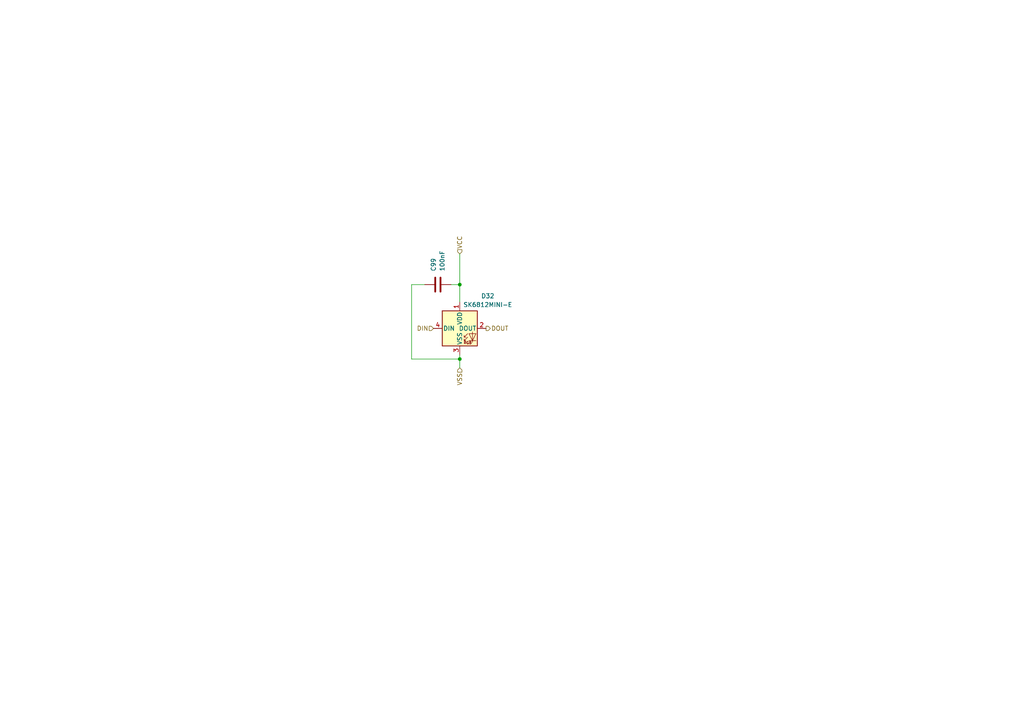
<source format=kicad_sch>
(kicad_sch (version 20250114) (generator "eeschema") (generator_version "9.0")
  (paper "A4")
  (title_block (title "TMR based triple USB Keyboard") (date "2025-12-28") (rev "v1") (company "Ryzzen"))
  (lib_symbols
    (symbol "Device:C" (pin_numbers (hide yes)) (pin_names (offset 0.254))
      (property "Reference" "C" (at 0.635 2.54 0))
      (property "Value" "C" (at 0.635 -2.54 0))
      (symbol "C_0_1"
        (polyline (pts (xy -2.032 0.762) (xy 2.032 0.762)) (stroke (width 0.508)))
        (polyline (pts (xy -2.032 -0.762) (xy 2.032 -0.762)) (stroke (width 0.508)))
      )
      (symbol "C_1_1"
        (pin passive line (at 0 3.81 270) (length 2.794) (name "~") (number "1"))
        (pin passive line (at 0 -3.81 90) (length 2.794) (name "~") (number "2"))
      )
    )
    (symbol "kicad-keyboard-parts:SK6812MINI-E" (pin_names (offset 0.254))
      (property "Reference" "D" (at 5.08 5.715 0))
      (property "Value" "SK6812MINI-E" (at 1.27 -5.715 0))
      (symbol "SK6812MINI-E_0_0"
        (text "RGB" (at 2.286 -4.191 0) (effects (font (size 0.762 0.762))))
      )
      (symbol "SK6812MINI-E_0_1"
        (polyline (pts (xy 1.27 -2.54) (xy 1.778 -2.54)))
        (polyline (pts (xy 1.27 -3.556) (xy 1.778 -3.556)))
        (polyline (pts (xy 2.286 -1.524) (xy 1.27 -2.54) (xy 1.27 -2.032)))
        (polyline (pts (xy 2.286 -2.54) (xy 1.27 -3.556) (xy 1.27 -3.048)))
        (polyline (pts (xy 3.683 -1.016) (xy 3.683 -3.556) (xy 3.683 -4.064)))
        (polyline (pts (xy 4.699 -1.524) (xy 2.667 -1.524) (xy 3.683 -3.556) (xy 4.699 -1.524)))
        (polyline (pts (xy 4.699 -3.556) (xy 2.667 -3.556)))
        (rectangle (start 5.08 5.08) (end -5.08 -5.08) (stroke (width 0.254)) (fill (type background)))
      )
      (symbol "SK6812MINI-E_1_1"
        (pin input line (at -7.62 0 0) (length 2.54) (name "DIN") (number "4"))
        (pin power_in line (at 0 7.62 270) (length 2.54) (name "VDD") (number "1"))
        (pin power_in line (at 0 -7.62 90) (length 2.54) (name "VSS") (number "3"))
        (pin output line (at 7.62 0 180) (length 2.54) (name "DOUT") (number "2"))
      )
    )
  )
  (junction (at 133.35 104.14))
  (junction (at 133.35 82.55))
  (wire (pts (xy 133.35 82.55) (xy 133.35 87.63)))
  (wire (pts (xy 119.38 82.55) (xy 119.38 104.14)))
  (wire (pts (xy 133.35 104.14) (xy 133.35 106.68)))
  (wire (pts (xy 133.35 102.87) (xy 133.35 104.14)))
  (wire (pts (xy 130.81 82.55) (xy 133.35 82.55)))
  (wire (pts (xy 123.19 82.55) (xy 119.38 82.55)))
  (wire (pts (xy 133.35 73.66) (xy 133.35 82.55)))
  (wire (pts (xy 119.38 104.14) (xy 133.35 104.14)))
  (hierarchical_label "DOUT" (shape output) (at 140.97 95.25 0))
  (hierarchical_label "VSS" (shape input) (at 133.35 106.68 270))
  (hierarchical_label "VCC" (shape input) (at 133.35 73.66 90))
  (hierarchical_label "DIN" (shape input) (at 125.73 95.25 180))
  (symbol (lib_id "kicad-keyboard-parts:SK6812MINI-E") (at 133.35 95.25 0) (unit 1)
    (property "Reference" "D4" (at 141.478 85.852 0))
    (property "Value" "SK6812MINI-E" (at 141.478 88.392 0))
    (property "Footprint" "LED_SMD:LED_SK6812MINI_PLCC4_3.5x3.5mm_P1.75mm" (effects (hide yes)))
    (property "Datasheet" "https://cdn-shop.adafruit.com/product-files/2686/SK6812MINI_REV.01-1-2.pdf" (effects (hide yes)))
    (property "Description" "Reverse-mount RGB LED with integrated controller" (effects (hide yes)))
    (instances (project "RyzzenKeyboard" (path "" (reference "D32") (unit 1)) (path "" (reference "D25") (unit 1)) (path "" (reference "D11") (unit 1)) (path "" (reference "D9") (unit 1)) (path "" (reference "D16") (unit 1)) (path "" (reference "D5") (unit 1)) (path "" (reference "D37") (unit 1)) (path "" (reference "D8") (unit 1)) (path "" (reference "D14") (unit 1)) (path "" (reference "D22") (unit 1)) (path "" (reference "D33") (unit 1)) (path "" (reference "D12") (unit 1)) (path "" (reference "D28") (unit 1)) (path "" (reference "D21") (unit 1)) (path "" (reference "D10") (unit 1)) (path "" (reference "D27") (unit 1)) (path "" (reference "D36") (unit 1)) (path "" (reference "D4") (unit 1)) (path "" (reference "D23") (unit 1)) (path "" (reference "D35") (unit 1)) (path "" (reference "D30") (unit 1)) (path "" (reference "D13") (unit 1)) (path "" (reference "D31") (unit 1)) (path "" (reference "D17") (unit 1)) (path "" (reference "D29") (unit 1)) (path "" (reference "D20") (unit 1)) (path "" (reference "D19") (unit 1)) (path "" (reference "D26") (unit 1)) (path "" (reference "D34") (unit 1)) (path "" (reference "D15") (unit 1)) (path "" (reference "D18") (unit 1)) (path "" (reference "D24") (unit 1))))
  )
  (symbol (lib_id "Device:C") (at 127 82.55 270) (unit 1)
    (property "Reference" "C20" (at 125.7299 78.74 0) (effects (justify right)))
    (property "Value" "100nF" (at 128.2699 78.74 0) (effects (justify right)))
    (property "Footprint" "Capacitor_SMD:C_0603_1608Metric_Pad1.08x0.95mm_HandSolder" (effects (hide yes)))
    (property "Description" "Unpolarized capacitor" (effects (hide yes)))
    (instances (project "RyzzenKeyboard" (path "" (reference "C99") (unit 1)) (path "" (reference "C92") (unit 1)) (path "" (reference "C78") (unit 1)) (path "" (reference "C76") (unit 1)) (path "" (reference "C83") (unit 1)) (path "" (reference "C57") (unit 1)) (path "" (reference "C104") (unit 1)) (path "" (reference "C75") (unit 1)) (path "" (reference "C81") (unit 1)) (path "" (reference "C89") (unit 1)) (path "" (reference "C100") (unit 1)) (path "" (reference "C79") (unit 1)) (path "" (reference "C95") (unit 1)) (path "" (reference "C88") (unit 1)) (path "" (reference "C77") (unit 1)) (path "" (reference "C94") (unit 1)) (path "" (reference "C103") (unit 1)) (path "" (reference "C20") (unit 1)) (path "" (reference "C90") (unit 1)) (path "" (reference "C102") (unit 1)) (path "" (reference "C97") (unit 1)) (path "" (reference "C80") (unit 1)) (path "" (reference "C98") (unit 1)) (path "" (reference "C84") (unit 1)) (path "" (reference "C96") (unit 1)) (path "" (reference "C87") (unit 1)) (path "" (reference "C86") (unit 1)) (path "" (reference "C93") (unit 1)) (path "" (reference "C101") (unit 1)) (path "" (reference "C82") (unit 1)) (path "" (reference "C85") (unit 1)) (path "" (reference "C91") (unit 1))))
  )
)
</source>
